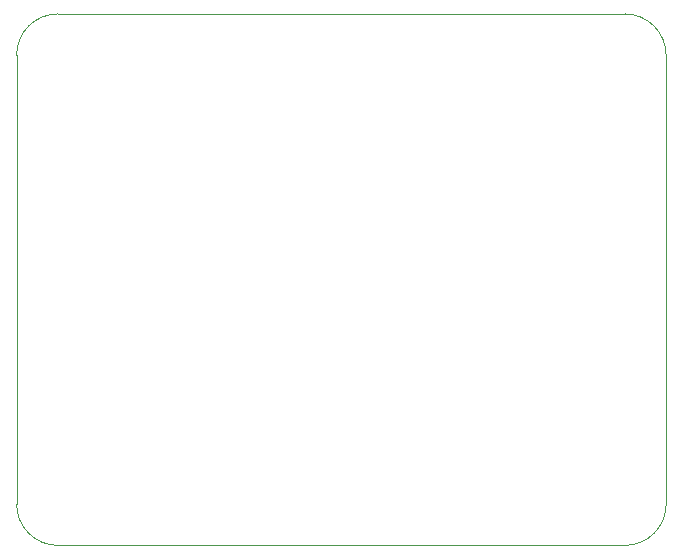
<source format=gbr>
%TF.GenerationSoftware,KiCad,Pcbnew,7.0.11-rc3*%
%TF.CreationDate,2025-03-16T23:21:53+08:00*%
%TF.ProjectId,BSPD,42535044-2e6b-4696-9361-645f70636258,rev?*%
%TF.SameCoordinates,PX731bc60PY731bc60*%
%TF.FileFunction,Profile,NP*%
%FSLAX46Y46*%
G04 Gerber Fmt 4.6, Leading zero omitted, Abs format (unit mm)*
G04 Created by KiCad (PCBNEW 7.0.11-rc3) date 2025-03-16 23:21:53*
%MOMM*%
%LPD*%
G01*
G04 APERTURE LIST*
%TA.AperFunction,Profile*%
%ADD10C,0.050000*%
%TD*%
G04 APERTURE END LIST*
D10*
X-200000Y-1800000D02*
X47800000Y-1800000D01*
X-200000Y-46800000D02*
X47800000Y-46800000D01*
X51300000Y-5300000D02*
X51300000Y-43300000D01*
X47800000Y-46800000D02*
G75*
G03*
X51300000Y-43300000I0J3500000D01*
G01*
X-3700000Y-5300000D02*
X-3700000Y-43300000D01*
X51300000Y-5300000D02*
G75*
G03*
X47800000Y-1800000I-3500000J0D01*
G01*
X-200000Y-1800000D02*
G75*
G03*
X-3700000Y-5300000I0J-3500000D01*
G01*
X-3700000Y-43300000D02*
G75*
G03*
X-200000Y-46800000I3500000J0D01*
G01*
M02*

</source>
